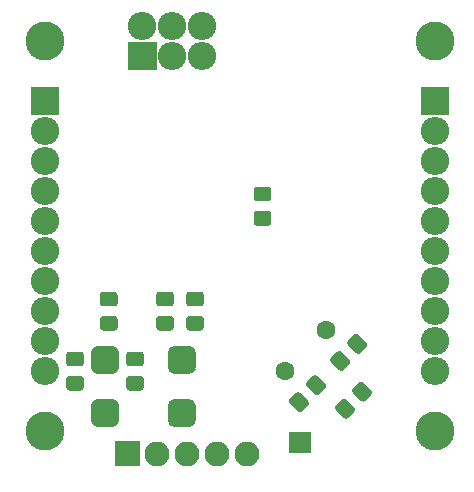
<source format=gbr>
G04 #@! TF.GenerationSoftware,KiCad,Pcbnew,(5.1.8)-1*
G04 #@! TF.CreationDate,2020-11-23T23:50:42+03:00*
G04 #@! TF.ProjectId,HardDuinoTQFP,48617264-4475-4696-9e6f-545146502e6b,rev?*
G04 #@! TF.SameCoordinates,Original*
G04 #@! TF.FileFunction,Soldermask,Bot*
G04 #@! TF.FilePolarity,Negative*
%FSLAX46Y46*%
G04 Gerber Fmt 4.6, Leading zero omitted, Abs format (unit mm)*
G04 Created by KiCad (PCBNEW (5.1.8)-1) date 2020-11-23 23:50:42*
%MOMM*%
%LPD*%
G01*
G04 APERTURE LIST*
%ADD10C,3.302000*%
%ADD11O,2.402000X2.402000*%
%ADD12O,2.102000X2.102000*%
%ADD13C,1.602000*%
%ADD14C,0.100000*%
G04 APERTURE END LIST*
D10*
X92710000Y-41910000D03*
X92710000Y-74930000D03*
X125730000Y-41910000D03*
X125730000Y-74930000D03*
G36*
G01*
X91509000Y-48140000D02*
X91509000Y-45840000D01*
G75*
G02*
X91560000Y-45789000I51000J0D01*
G01*
X93860000Y-45789000D01*
G75*
G02*
X93911000Y-45840000I0J-51000D01*
G01*
X93911000Y-48140000D01*
G75*
G02*
X93860000Y-48191000I-51000J0D01*
G01*
X91560000Y-48191000D01*
G75*
G02*
X91509000Y-48140000I0J51000D01*
G01*
G37*
D11*
X92710000Y-49530000D03*
X92710000Y-52070000D03*
X92710000Y-54610000D03*
X92710000Y-57150000D03*
X92710000Y-59690000D03*
X92710000Y-62230000D03*
X92710000Y-64770000D03*
X92710000Y-67310000D03*
X92710000Y-69850000D03*
X125730000Y-69850000D03*
X125730000Y-67310000D03*
X125730000Y-64770000D03*
X125730000Y-62230000D03*
X125730000Y-59690000D03*
X125730000Y-57150000D03*
X125730000Y-54610000D03*
X125730000Y-52070000D03*
X125730000Y-49530000D03*
G36*
G01*
X124529000Y-48140000D02*
X124529000Y-45840000D01*
G75*
G02*
X124580000Y-45789000I51000J0D01*
G01*
X126880000Y-45789000D01*
G75*
G02*
X126931000Y-45840000I0J-51000D01*
G01*
X126931000Y-48140000D01*
G75*
G02*
X126880000Y-48191000I-51000J0D01*
G01*
X124580000Y-48191000D01*
G75*
G02*
X124529000Y-48140000I0J51000D01*
G01*
G37*
G36*
G01*
X99851172Y-68199000D02*
X100808828Y-68199000D01*
G75*
G02*
X101081000Y-68471172I0J-272172D01*
G01*
X101081000Y-69178828D01*
G75*
G02*
X100808828Y-69451000I-272172J0D01*
G01*
X99851172Y-69451000D01*
G75*
G02*
X99579000Y-69178828I0J272172D01*
G01*
X99579000Y-68471172D01*
G75*
G02*
X99851172Y-68199000I272172J0D01*
G01*
G37*
G36*
G01*
X99851172Y-70249000D02*
X100808828Y-70249000D01*
G75*
G02*
X101081000Y-70521172I0J-272172D01*
G01*
X101081000Y-71228828D01*
G75*
G02*
X100808828Y-71501000I-272172J0D01*
G01*
X99851172Y-71501000D01*
G75*
G02*
X99579000Y-71228828I0J272172D01*
G01*
X99579000Y-70521172D01*
G75*
G02*
X99851172Y-70249000I272172J0D01*
G01*
G37*
G36*
G01*
X115555717Y-71811448D02*
X114878552Y-71134283D01*
G75*
G02*
X114878552Y-70749373I192455J192455D01*
G01*
X115378941Y-70248984D01*
G75*
G02*
X115763851Y-70248984I192455J-192455D01*
G01*
X116441016Y-70926149D01*
G75*
G02*
X116441016Y-71311059I-192455J-192455D01*
G01*
X115940627Y-71811448D01*
G75*
G02*
X115555717Y-71811448I-192455J192455D01*
G01*
G37*
G36*
G01*
X114106149Y-73261016D02*
X113428984Y-72583851D01*
G75*
G02*
X113428984Y-72198941I192455J192455D01*
G01*
X113929373Y-71698552D01*
G75*
G02*
X114314283Y-71698552I192455J-192455D01*
G01*
X114991448Y-72375717D01*
G75*
G02*
X114991448Y-72760627I-192455J-192455D01*
G01*
X114491059Y-73261016D01*
G75*
G02*
X114106149Y-73261016I-192455J192455D01*
G01*
G37*
G36*
G01*
X117598649Y-69768516D02*
X116921484Y-69091351D01*
G75*
G02*
X116921484Y-68706441I192455J192455D01*
G01*
X117421873Y-68206052D01*
G75*
G02*
X117806783Y-68206052I192455J-192455D01*
G01*
X118483948Y-68883217D01*
G75*
G02*
X118483948Y-69268127I-192455J-192455D01*
G01*
X117983559Y-69768516D01*
G75*
G02*
X117598649Y-69768516I-192455J192455D01*
G01*
G37*
G36*
G01*
X119048217Y-68318948D02*
X118371052Y-67641783D01*
G75*
G02*
X118371052Y-67256873I192455J192455D01*
G01*
X118871441Y-66756484D01*
G75*
G02*
X119256351Y-66756484I192455J-192455D01*
G01*
X119933516Y-67433649D01*
G75*
G02*
X119933516Y-67818559I-192455J-192455D01*
G01*
X119433127Y-68318948D01*
G75*
G02*
X119048217Y-68318948I-192455J192455D01*
G01*
G37*
G36*
G01*
X111603828Y-55481000D02*
X110646172Y-55481000D01*
G75*
G02*
X110374000Y-55208828I0J272172D01*
G01*
X110374000Y-54501172D01*
G75*
G02*
X110646172Y-54229000I272172J0D01*
G01*
X111603828Y-54229000D01*
G75*
G02*
X111876000Y-54501172I0J-272172D01*
G01*
X111876000Y-55208828D01*
G75*
G02*
X111603828Y-55481000I-272172J0D01*
G01*
G37*
G36*
G01*
X111603828Y-57531000D02*
X110646172Y-57531000D01*
G75*
G02*
X110374000Y-57258828I0J272172D01*
G01*
X110374000Y-56551172D01*
G75*
G02*
X110646172Y-56279000I272172J0D01*
G01*
X111603828Y-56279000D01*
G75*
G02*
X111876000Y-56551172I0J-272172D01*
G01*
X111876000Y-57258828D01*
G75*
G02*
X111603828Y-57531000I-272172J0D01*
G01*
G37*
G36*
G01*
X98390500Y-74598500D02*
X97189500Y-74598500D01*
G75*
G02*
X96589000Y-73998000I0J600500D01*
G01*
X96589000Y-72797000D01*
G75*
G02*
X97189500Y-72196500I600500J0D01*
G01*
X98390500Y-72196500D01*
G75*
G02*
X98991000Y-72797000I0J-600500D01*
G01*
X98991000Y-73998000D01*
G75*
G02*
X98390500Y-74598500I-600500J0D01*
G01*
G37*
G36*
G01*
X98390500Y-70098500D02*
X97189500Y-70098500D01*
G75*
G02*
X96589000Y-69498000I0J600500D01*
G01*
X96589000Y-68297000D01*
G75*
G02*
X97189500Y-67696500I600500J0D01*
G01*
X98390500Y-67696500D01*
G75*
G02*
X98991000Y-68297000I0J-600500D01*
G01*
X98991000Y-69498000D01*
G75*
G02*
X98390500Y-70098500I-600500J0D01*
G01*
G37*
G36*
G01*
X104890500Y-74598500D02*
X103689500Y-74598500D01*
G75*
G02*
X103089000Y-73998000I0J600500D01*
G01*
X103089000Y-72797000D01*
G75*
G02*
X103689500Y-72196500I600500J0D01*
G01*
X104890500Y-72196500D01*
G75*
G02*
X105491000Y-72797000I0J-600500D01*
G01*
X105491000Y-73998000D01*
G75*
G02*
X104890500Y-74598500I-600500J0D01*
G01*
G37*
G36*
G01*
X104890500Y-70098500D02*
X103689500Y-70098500D01*
G75*
G02*
X103089000Y-69498000I0J600500D01*
G01*
X103089000Y-68297000D01*
G75*
G02*
X103689500Y-67696500I600500J0D01*
G01*
X104890500Y-67696500D01*
G75*
G02*
X105491000Y-68297000I0J-600500D01*
G01*
X105491000Y-69498000D01*
G75*
G02*
X104890500Y-70098500I-600500J0D01*
G01*
G37*
G36*
G01*
X100695000Y-77886000D02*
X98695000Y-77886000D01*
G75*
G02*
X98644000Y-77835000I0J51000D01*
G01*
X98644000Y-75835000D01*
G75*
G02*
X98695000Y-75784000I51000J0D01*
G01*
X100695000Y-75784000D01*
G75*
G02*
X100746000Y-75835000I0J-51000D01*
G01*
X100746000Y-77835000D01*
G75*
G02*
X100695000Y-77886000I-51000J0D01*
G01*
G37*
D12*
X102235000Y-76835000D03*
X104775000Y-76835000D03*
X107315000Y-76835000D03*
X109855000Y-76835000D03*
G36*
G01*
X94771172Y-70249000D02*
X95728828Y-70249000D01*
G75*
G02*
X96001000Y-70521172I0J-272172D01*
G01*
X96001000Y-71228828D01*
G75*
G02*
X95728828Y-71501000I-272172J0D01*
G01*
X94771172Y-71501000D01*
G75*
G02*
X94499000Y-71228828I0J272172D01*
G01*
X94499000Y-70521172D01*
G75*
G02*
X94771172Y-70249000I272172J0D01*
G01*
G37*
G36*
G01*
X94771172Y-68199000D02*
X95728828Y-68199000D01*
G75*
G02*
X96001000Y-68471172I0J-272172D01*
G01*
X96001000Y-69178828D01*
G75*
G02*
X95728828Y-69451000I-272172J0D01*
G01*
X94771172Y-69451000D01*
G75*
G02*
X94499000Y-69178828I0J272172D01*
G01*
X94499000Y-68471172D01*
G75*
G02*
X94771172Y-68199000I272172J0D01*
G01*
G37*
G36*
G01*
X97628672Y-65169000D02*
X98586328Y-65169000D01*
G75*
G02*
X98858500Y-65441172I0J-272172D01*
G01*
X98858500Y-66148828D01*
G75*
G02*
X98586328Y-66421000I-272172J0D01*
G01*
X97628672Y-66421000D01*
G75*
G02*
X97356500Y-66148828I0J272172D01*
G01*
X97356500Y-65441172D01*
G75*
G02*
X97628672Y-65169000I272172J0D01*
G01*
G37*
G36*
G01*
X97628672Y-63119000D02*
X98586328Y-63119000D01*
G75*
G02*
X98858500Y-63391172I0J-272172D01*
G01*
X98858500Y-64098828D01*
G75*
G02*
X98586328Y-64371000I-272172J0D01*
G01*
X97628672Y-64371000D01*
G75*
G02*
X97356500Y-64098828I0J272172D01*
G01*
X97356500Y-63391172D01*
G75*
G02*
X97628672Y-63119000I272172J0D01*
G01*
G37*
G36*
G01*
X102391172Y-63119000D02*
X103348828Y-63119000D01*
G75*
G02*
X103621000Y-63391172I0J-272172D01*
G01*
X103621000Y-64098828D01*
G75*
G02*
X103348828Y-64371000I-272172J0D01*
G01*
X102391172Y-64371000D01*
G75*
G02*
X102119000Y-64098828I0J272172D01*
G01*
X102119000Y-63391172D01*
G75*
G02*
X102391172Y-63119000I272172J0D01*
G01*
G37*
G36*
G01*
X102391172Y-65169000D02*
X103348828Y-65169000D01*
G75*
G02*
X103621000Y-65441172I0J-272172D01*
G01*
X103621000Y-66148828D01*
G75*
G02*
X103348828Y-66421000I-272172J0D01*
G01*
X102391172Y-66421000D01*
G75*
G02*
X102119000Y-66148828I0J272172D01*
G01*
X102119000Y-65441172D01*
G75*
G02*
X102391172Y-65169000I272172J0D01*
G01*
G37*
G36*
G01*
X104931172Y-63119000D02*
X105888828Y-63119000D01*
G75*
G02*
X106161000Y-63391172I0J-272172D01*
G01*
X106161000Y-64098828D01*
G75*
G02*
X105888828Y-64371000I-272172J0D01*
G01*
X104931172Y-64371000D01*
G75*
G02*
X104659000Y-64098828I0J272172D01*
G01*
X104659000Y-63391172D01*
G75*
G02*
X104931172Y-63119000I272172J0D01*
G01*
G37*
G36*
G01*
X104931172Y-65169000D02*
X105888828Y-65169000D01*
G75*
G02*
X106161000Y-65441172I0J-272172D01*
G01*
X106161000Y-66148828D01*
G75*
G02*
X105888828Y-66421000I-272172J0D01*
G01*
X104931172Y-66421000D01*
G75*
G02*
X104659000Y-66148828I0J272172D01*
G01*
X104659000Y-65441172D01*
G75*
G02*
X104931172Y-65169000I272172J0D01*
G01*
G37*
D13*
X113030000Y-69850000D03*
X116480681Y-66399319D03*
G36*
G01*
X102115000Y-44381000D02*
X99815000Y-44381000D01*
G75*
G02*
X99764000Y-44330000I0J51000D01*
G01*
X99764000Y-42030000D01*
G75*
G02*
X99815000Y-41979000I51000J0D01*
G01*
X102115000Y-41979000D01*
G75*
G02*
X102166000Y-42030000I0J-51000D01*
G01*
X102166000Y-44330000D01*
G75*
G02*
X102115000Y-44381000I-51000J0D01*
G01*
G37*
D11*
X100965000Y-40640000D03*
X103505000Y-43180000D03*
X103505000Y-40640000D03*
X106045000Y-43180000D03*
X106045000Y-40640000D03*
G36*
G01*
X113399000Y-76732500D02*
X113399000Y-75032500D01*
G75*
G02*
X113450000Y-74981500I51000J0D01*
G01*
X115150000Y-74981500D01*
G75*
G02*
X115201000Y-75032500I0J-51000D01*
G01*
X115201000Y-76732500D01*
G75*
G02*
X115150000Y-76783500I-51000J0D01*
G01*
X113450000Y-76783500D01*
G75*
G02*
X113399000Y-76732500I0J51000D01*
G01*
G37*
G36*
G01*
X118005933Y-73806232D02*
X117328768Y-73129067D01*
G75*
G02*
X117328768Y-72744157I192455J192455D01*
G01*
X117829157Y-72243768D01*
G75*
G02*
X118214067Y-72243768I192455J-192455D01*
G01*
X118891232Y-72920933D01*
G75*
G02*
X118891232Y-73305843I-192455J-192455D01*
G01*
X118390843Y-73806232D01*
G75*
G02*
X118005933Y-73806232I-192455J192455D01*
G01*
G37*
G36*
G01*
X119455501Y-72356664D02*
X118778336Y-71679499D01*
G75*
G02*
X118778336Y-71294589I192455J192455D01*
G01*
X119278725Y-70794200D01*
G75*
G02*
X119663635Y-70794200I192455J-192455D01*
G01*
X120340800Y-71471365D01*
G75*
G02*
X120340800Y-71856275I-192455J-192455D01*
G01*
X119840411Y-72356664D01*
G75*
G02*
X119455501Y-72356664I-192455J192455D01*
G01*
G37*
D14*
G36*
X105492165Y-73996374D02*
G01*
X105493000Y-73998000D01*
X105493000Y-74020546D01*
X105492990Y-74020742D01*
X105481695Y-74135423D01*
X105481619Y-74135808D01*
X105448884Y-74243722D01*
X105448734Y-74244084D01*
X105395573Y-74343539D01*
X105395355Y-74343865D01*
X105323815Y-74431038D01*
X105323538Y-74431315D01*
X105236365Y-74502855D01*
X105236039Y-74503073D01*
X105136584Y-74556234D01*
X105136222Y-74556384D01*
X105028308Y-74589119D01*
X105027923Y-74589195D01*
X104913242Y-74600490D01*
X104913046Y-74600500D01*
X104890500Y-74600500D01*
X104888768Y-74599500D01*
X104888768Y-74597500D01*
X104890304Y-74596510D01*
X105007257Y-74584992D01*
X105119532Y-74550933D01*
X105223004Y-74495627D01*
X105313697Y-74421197D01*
X105388127Y-74330504D01*
X105443433Y-74227032D01*
X105477492Y-74114757D01*
X105489010Y-73997804D01*
X105490175Y-73996178D01*
X105492165Y-73996374D01*
G37*
G36*
X98992165Y-73996374D02*
G01*
X98993000Y-73998000D01*
X98993000Y-74020546D01*
X98992990Y-74020742D01*
X98981695Y-74135423D01*
X98981619Y-74135808D01*
X98948884Y-74243722D01*
X98948734Y-74244084D01*
X98895573Y-74343539D01*
X98895355Y-74343865D01*
X98823815Y-74431038D01*
X98823538Y-74431315D01*
X98736365Y-74502855D01*
X98736039Y-74503073D01*
X98636584Y-74556234D01*
X98636222Y-74556384D01*
X98528308Y-74589119D01*
X98527923Y-74589195D01*
X98413242Y-74600490D01*
X98413046Y-74600500D01*
X98390500Y-74600500D01*
X98388768Y-74599500D01*
X98388768Y-74597500D01*
X98390304Y-74596510D01*
X98507257Y-74584992D01*
X98619532Y-74550933D01*
X98723004Y-74495627D01*
X98813697Y-74421197D01*
X98888127Y-74330504D01*
X98943433Y-74227032D01*
X98977492Y-74114757D01*
X98989010Y-73997804D01*
X98990175Y-73996178D01*
X98992165Y-73996374D01*
G37*
G36*
X96590990Y-73997804D02*
G01*
X96602508Y-74114757D01*
X96636567Y-74227032D01*
X96691873Y-74330504D01*
X96766303Y-74421197D01*
X96856996Y-74495627D01*
X96960468Y-74550933D01*
X97072743Y-74584992D01*
X97189696Y-74596510D01*
X97191322Y-74597675D01*
X97191126Y-74599665D01*
X97189500Y-74600500D01*
X97166954Y-74600500D01*
X97166758Y-74600490D01*
X97052077Y-74589195D01*
X97051692Y-74589119D01*
X96943778Y-74556384D01*
X96943416Y-74556234D01*
X96843961Y-74503073D01*
X96843635Y-74502855D01*
X96756462Y-74431315D01*
X96756185Y-74431038D01*
X96684645Y-74343865D01*
X96684427Y-74343539D01*
X96631266Y-74244084D01*
X96631116Y-74243722D01*
X96598381Y-74135808D01*
X96598305Y-74135423D01*
X96587010Y-74020742D01*
X96587000Y-74020546D01*
X96587000Y-73998000D01*
X96588000Y-73996268D01*
X96590000Y-73996268D01*
X96590990Y-73997804D01*
G37*
G36*
X103090990Y-73997804D02*
G01*
X103102508Y-74114757D01*
X103136567Y-74227032D01*
X103191873Y-74330504D01*
X103266303Y-74421197D01*
X103356996Y-74495627D01*
X103460468Y-74550933D01*
X103572743Y-74584992D01*
X103689696Y-74596510D01*
X103691322Y-74597675D01*
X103691126Y-74599665D01*
X103689500Y-74600500D01*
X103666954Y-74600500D01*
X103666758Y-74600490D01*
X103552077Y-74589195D01*
X103551692Y-74589119D01*
X103443778Y-74556384D01*
X103443416Y-74556234D01*
X103343961Y-74503073D01*
X103343635Y-74502855D01*
X103256462Y-74431315D01*
X103256185Y-74431038D01*
X103184645Y-74343865D01*
X103184427Y-74343539D01*
X103131266Y-74244084D01*
X103131116Y-74243722D01*
X103098381Y-74135808D01*
X103098305Y-74135423D01*
X103087010Y-74020742D01*
X103087000Y-74020546D01*
X103087000Y-73998000D01*
X103088000Y-73996268D01*
X103090000Y-73996268D01*
X103090990Y-73997804D01*
G37*
G36*
X103691232Y-72195500D02*
G01*
X103691232Y-72197500D01*
X103689696Y-72198490D01*
X103572743Y-72210008D01*
X103460468Y-72244067D01*
X103356996Y-72299373D01*
X103266303Y-72373803D01*
X103191873Y-72464496D01*
X103136567Y-72567968D01*
X103102508Y-72680243D01*
X103090990Y-72797196D01*
X103089825Y-72798822D01*
X103087835Y-72798626D01*
X103087000Y-72797000D01*
X103087000Y-72774454D01*
X103087010Y-72774258D01*
X103098305Y-72659577D01*
X103098381Y-72659192D01*
X103131116Y-72551278D01*
X103131266Y-72550916D01*
X103184427Y-72451461D01*
X103184645Y-72451135D01*
X103256185Y-72363962D01*
X103256462Y-72363685D01*
X103343635Y-72292145D01*
X103343961Y-72291927D01*
X103443416Y-72238766D01*
X103443778Y-72238616D01*
X103551692Y-72205881D01*
X103552077Y-72205805D01*
X103666758Y-72194510D01*
X103666954Y-72194500D01*
X103689500Y-72194500D01*
X103691232Y-72195500D01*
G37*
G36*
X97191232Y-72195500D02*
G01*
X97191232Y-72197500D01*
X97189696Y-72198490D01*
X97072743Y-72210008D01*
X96960468Y-72244067D01*
X96856996Y-72299373D01*
X96766303Y-72373803D01*
X96691873Y-72464496D01*
X96636567Y-72567968D01*
X96602508Y-72680243D01*
X96590990Y-72797196D01*
X96589825Y-72798822D01*
X96587835Y-72798626D01*
X96587000Y-72797000D01*
X96587000Y-72774454D01*
X96587010Y-72774258D01*
X96598305Y-72659577D01*
X96598381Y-72659192D01*
X96631116Y-72551278D01*
X96631266Y-72550916D01*
X96684427Y-72451461D01*
X96684645Y-72451135D01*
X96756185Y-72363962D01*
X96756462Y-72363685D01*
X96843635Y-72292145D01*
X96843961Y-72291927D01*
X96943416Y-72238766D01*
X96943778Y-72238616D01*
X97051692Y-72205881D01*
X97052077Y-72205805D01*
X97166758Y-72194510D01*
X97166954Y-72194500D01*
X97189500Y-72194500D01*
X97191232Y-72195500D01*
G37*
G36*
X98413242Y-72194510D02*
G01*
X98527923Y-72205805D01*
X98528308Y-72205881D01*
X98636222Y-72238616D01*
X98636584Y-72238766D01*
X98736039Y-72291927D01*
X98736365Y-72292145D01*
X98823538Y-72363685D01*
X98823815Y-72363962D01*
X98895355Y-72451135D01*
X98895573Y-72451461D01*
X98948734Y-72550916D01*
X98948884Y-72551278D01*
X98981619Y-72659192D01*
X98981695Y-72659577D01*
X98992990Y-72774258D01*
X98993000Y-72774454D01*
X98993000Y-72797000D01*
X98992000Y-72798732D01*
X98990000Y-72798732D01*
X98989010Y-72797196D01*
X98977492Y-72680243D01*
X98943433Y-72567968D01*
X98888127Y-72464496D01*
X98813697Y-72373803D01*
X98723004Y-72299373D01*
X98619532Y-72244067D01*
X98507257Y-72210008D01*
X98390304Y-72198490D01*
X98388678Y-72197325D01*
X98388874Y-72195335D01*
X98390500Y-72194500D01*
X98413046Y-72194500D01*
X98413242Y-72194510D01*
G37*
G36*
X104913242Y-72194510D02*
G01*
X105027923Y-72205805D01*
X105028308Y-72205881D01*
X105136222Y-72238616D01*
X105136584Y-72238766D01*
X105236039Y-72291927D01*
X105236365Y-72292145D01*
X105323538Y-72363685D01*
X105323815Y-72363962D01*
X105395355Y-72451135D01*
X105395573Y-72451461D01*
X105448734Y-72550916D01*
X105448884Y-72551278D01*
X105481619Y-72659192D01*
X105481695Y-72659577D01*
X105492990Y-72774258D01*
X105493000Y-72774454D01*
X105493000Y-72797000D01*
X105492000Y-72798732D01*
X105490000Y-72798732D01*
X105489010Y-72797196D01*
X105477492Y-72680243D01*
X105443433Y-72567968D01*
X105388127Y-72464496D01*
X105313697Y-72373803D01*
X105223004Y-72299373D01*
X105119532Y-72244067D01*
X105007257Y-72210008D01*
X104890304Y-72198490D01*
X104888678Y-72197325D01*
X104888874Y-72195335D01*
X104890500Y-72194500D01*
X104913046Y-72194500D01*
X104913242Y-72194510D01*
G37*
G36*
X103090990Y-69497804D02*
G01*
X103102508Y-69614757D01*
X103136567Y-69727032D01*
X103191873Y-69830504D01*
X103266303Y-69921197D01*
X103356996Y-69995627D01*
X103460468Y-70050933D01*
X103572743Y-70084992D01*
X103689696Y-70096510D01*
X103691322Y-70097675D01*
X103691126Y-70099665D01*
X103689500Y-70100500D01*
X103666954Y-70100500D01*
X103666758Y-70100490D01*
X103552077Y-70089195D01*
X103551692Y-70089119D01*
X103443778Y-70056384D01*
X103443416Y-70056234D01*
X103343961Y-70003073D01*
X103343635Y-70002855D01*
X103256462Y-69931315D01*
X103256185Y-69931038D01*
X103184645Y-69843865D01*
X103184427Y-69843539D01*
X103131266Y-69744084D01*
X103131116Y-69743722D01*
X103098381Y-69635808D01*
X103098305Y-69635423D01*
X103087010Y-69520742D01*
X103087000Y-69520546D01*
X103087000Y-69498000D01*
X103088000Y-69496268D01*
X103090000Y-69496268D01*
X103090990Y-69497804D01*
G37*
G36*
X98992165Y-69496374D02*
G01*
X98993000Y-69498000D01*
X98993000Y-69520546D01*
X98992990Y-69520742D01*
X98981695Y-69635423D01*
X98981619Y-69635808D01*
X98948884Y-69743722D01*
X98948734Y-69744084D01*
X98895573Y-69843539D01*
X98895355Y-69843865D01*
X98823815Y-69931038D01*
X98823538Y-69931315D01*
X98736365Y-70002855D01*
X98736039Y-70003073D01*
X98636584Y-70056234D01*
X98636222Y-70056384D01*
X98528308Y-70089119D01*
X98527923Y-70089195D01*
X98413242Y-70100490D01*
X98413046Y-70100500D01*
X98390500Y-70100500D01*
X98388768Y-70099500D01*
X98388768Y-70097500D01*
X98390304Y-70096510D01*
X98507257Y-70084992D01*
X98619532Y-70050933D01*
X98723004Y-69995627D01*
X98813697Y-69921197D01*
X98888127Y-69830504D01*
X98943433Y-69727032D01*
X98977492Y-69614757D01*
X98989010Y-69497804D01*
X98990175Y-69496178D01*
X98992165Y-69496374D01*
G37*
G36*
X105492165Y-69496374D02*
G01*
X105493000Y-69498000D01*
X105493000Y-69520546D01*
X105492990Y-69520742D01*
X105481695Y-69635423D01*
X105481619Y-69635808D01*
X105448884Y-69743722D01*
X105448734Y-69744084D01*
X105395573Y-69843539D01*
X105395355Y-69843865D01*
X105323815Y-69931038D01*
X105323538Y-69931315D01*
X105236365Y-70002855D01*
X105236039Y-70003073D01*
X105136584Y-70056234D01*
X105136222Y-70056384D01*
X105028308Y-70089119D01*
X105027923Y-70089195D01*
X104913242Y-70100490D01*
X104913046Y-70100500D01*
X104890500Y-70100500D01*
X104888768Y-70099500D01*
X104888768Y-70097500D01*
X104890304Y-70096510D01*
X105007257Y-70084992D01*
X105119532Y-70050933D01*
X105223004Y-69995627D01*
X105313697Y-69921197D01*
X105388127Y-69830504D01*
X105443433Y-69727032D01*
X105477492Y-69614757D01*
X105489010Y-69497804D01*
X105490175Y-69496178D01*
X105492165Y-69496374D01*
G37*
G36*
X96590990Y-69497804D02*
G01*
X96602508Y-69614757D01*
X96636567Y-69727032D01*
X96691873Y-69830504D01*
X96766303Y-69921197D01*
X96856996Y-69995627D01*
X96960468Y-70050933D01*
X97072743Y-70084992D01*
X97189696Y-70096510D01*
X97191322Y-70097675D01*
X97191126Y-70099665D01*
X97189500Y-70100500D01*
X97166954Y-70100500D01*
X97166758Y-70100490D01*
X97052077Y-70089195D01*
X97051692Y-70089119D01*
X96943778Y-70056384D01*
X96943416Y-70056234D01*
X96843961Y-70003073D01*
X96843635Y-70002855D01*
X96756462Y-69931315D01*
X96756185Y-69931038D01*
X96684645Y-69843865D01*
X96684427Y-69843539D01*
X96631266Y-69744084D01*
X96631116Y-69743722D01*
X96598381Y-69635808D01*
X96598305Y-69635423D01*
X96587010Y-69520742D01*
X96587000Y-69520546D01*
X96587000Y-69498000D01*
X96588000Y-69496268D01*
X96590000Y-69496268D01*
X96590990Y-69497804D01*
G37*
G36*
X103691232Y-67695500D02*
G01*
X103691232Y-67697500D01*
X103689696Y-67698490D01*
X103572743Y-67710008D01*
X103460468Y-67744067D01*
X103356996Y-67799373D01*
X103266303Y-67873803D01*
X103191873Y-67964496D01*
X103136567Y-68067968D01*
X103102508Y-68180243D01*
X103090990Y-68297196D01*
X103089825Y-68298822D01*
X103087835Y-68298626D01*
X103087000Y-68297000D01*
X103087000Y-68274454D01*
X103087010Y-68274258D01*
X103098305Y-68159577D01*
X103098381Y-68159192D01*
X103131116Y-68051278D01*
X103131266Y-68050916D01*
X103184427Y-67951461D01*
X103184645Y-67951135D01*
X103256185Y-67863962D01*
X103256462Y-67863685D01*
X103343635Y-67792145D01*
X103343961Y-67791927D01*
X103443416Y-67738766D01*
X103443778Y-67738616D01*
X103551692Y-67705881D01*
X103552077Y-67705805D01*
X103666758Y-67694510D01*
X103666954Y-67694500D01*
X103689500Y-67694500D01*
X103691232Y-67695500D01*
G37*
G36*
X97191232Y-67695500D02*
G01*
X97191232Y-67697500D01*
X97189696Y-67698490D01*
X97072743Y-67710008D01*
X96960468Y-67744067D01*
X96856996Y-67799373D01*
X96766303Y-67873803D01*
X96691873Y-67964496D01*
X96636567Y-68067968D01*
X96602508Y-68180243D01*
X96590990Y-68297196D01*
X96589825Y-68298822D01*
X96587835Y-68298626D01*
X96587000Y-68297000D01*
X96587000Y-68274454D01*
X96587010Y-68274258D01*
X96598305Y-68159577D01*
X96598381Y-68159192D01*
X96631116Y-68051278D01*
X96631266Y-68050916D01*
X96684427Y-67951461D01*
X96684645Y-67951135D01*
X96756185Y-67863962D01*
X96756462Y-67863685D01*
X96843635Y-67792145D01*
X96843961Y-67791927D01*
X96943416Y-67738766D01*
X96943778Y-67738616D01*
X97051692Y-67705881D01*
X97052077Y-67705805D01*
X97166758Y-67694510D01*
X97166954Y-67694500D01*
X97189500Y-67694500D01*
X97191232Y-67695500D01*
G37*
G36*
X98413242Y-67694510D02*
G01*
X98527923Y-67705805D01*
X98528308Y-67705881D01*
X98636222Y-67738616D01*
X98636584Y-67738766D01*
X98736039Y-67791927D01*
X98736365Y-67792145D01*
X98823538Y-67863685D01*
X98823815Y-67863962D01*
X98895355Y-67951135D01*
X98895573Y-67951461D01*
X98948734Y-68050916D01*
X98948884Y-68051278D01*
X98981619Y-68159192D01*
X98981695Y-68159577D01*
X98992990Y-68274258D01*
X98993000Y-68274454D01*
X98993000Y-68297000D01*
X98992000Y-68298732D01*
X98990000Y-68298732D01*
X98989010Y-68297196D01*
X98977492Y-68180243D01*
X98943433Y-68067968D01*
X98888127Y-67964496D01*
X98813697Y-67873803D01*
X98723004Y-67799373D01*
X98619532Y-67744067D01*
X98507257Y-67710008D01*
X98390304Y-67698490D01*
X98388678Y-67697325D01*
X98388874Y-67695335D01*
X98390500Y-67694500D01*
X98413046Y-67694500D01*
X98413242Y-67694510D01*
G37*
G36*
X104913242Y-67694510D02*
G01*
X105027923Y-67705805D01*
X105028308Y-67705881D01*
X105136222Y-67738616D01*
X105136584Y-67738766D01*
X105236039Y-67791927D01*
X105236365Y-67792145D01*
X105323538Y-67863685D01*
X105323815Y-67863962D01*
X105395355Y-67951135D01*
X105395573Y-67951461D01*
X105448734Y-68050916D01*
X105448884Y-68051278D01*
X105481619Y-68159192D01*
X105481695Y-68159577D01*
X105492990Y-68274258D01*
X105493000Y-68274454D01*
X105493000Y-68297000D01*
X105492000Y-68298732D01*
X105490000Y-68298732D01*
X105489010Y-68297196D01*
X105477492Y-68180243D01*
X105443433Y-68067968D01*
X105388127Y-67964496D01*
X105313697Y-67873803D01*
X105223004Y-67799373D01*
X105119532Y-67744067D01*
X105007257Y-67710008D01*
X104890304Y-67698490D01*
X104888678Y-67697325D01*
X104888874Y-67695335D01*
X104890500Y-67694500D01*
X104913046Y-67694500D01*
X104913242Y-67694510D01*
G37*
M02*

</source>
